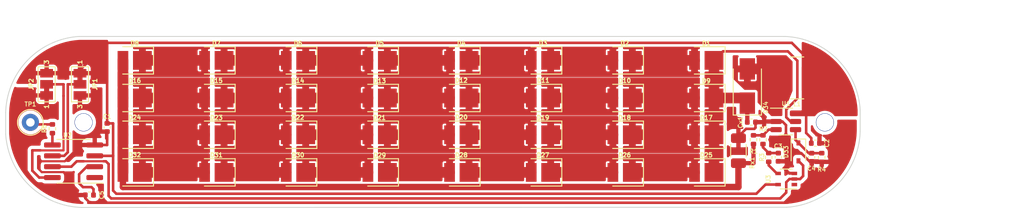
<source format=kicad_pcb>
(kicad_pcb (version 20211014) (generator pcbnew)
  (layers (0 "F.Cu" signal) (31 "B.Cu" signal) (34 "B.Paste" user) (35 "F.Paste" user) (36 "B.SilkS" user "B.Silkscreen") (37 "F.SilkS" user "F.Silkscreen") (38 "B.Mask" user) (39 "F.Mask" user) (44 "Edge.Cuts" user))
  (net 0 "")
  (net 1 "Net-(C4-Pad1)")
  (net 2 "GND")
  (net 3 "+5V")
  (net 4 "Net-(D1-Pad1)")
  (net 5 "Net-(D2-Pad1)")
  (net 6 "Net-(D4-Pad1)")
  (net 7 "Net-(D5-Pad1)")
  (net 8 "Net-(D6-Pad1)")
  (net 9 "Net-(D14-Pad1)")
  (net 10 "Net-(D7-Pad1)")
  (net 11 "Net-(D11-Pad1)")
  (net 12 "Net-(C5-Pad1)")
  (net 13 "Net-(D15-Pad1)")
  (net 14 "Net-(Cx1-Pad1)")
  (net 15 "Net-(R6-Pad2)")
  (net 17 "Net-(R6-Pad1)")
  (net 18 "Net-(C3-Pad1)")
  (net 19 "Net-(D12-Pad1)")
  (net 20 "Net-(R1-Pad2)")
  (net 22 "Net-(D13-Pad1)")
  (net 23 "Net-(D17-Pad1)")
  (net 24 "Net-(D19-Pad1)")
  (net 25 "Net-(D21-Pad1)")
  (net 26 "Net-(D23-Pad1)")
  (net 27 "Net-(D20-Pad1)")
  (net 28 "Net-(D25-Pad1)")
  (net 29 "Net-(D22-Pad1)")
  (net 30 "Net-(D27-Pad1)")
  (net 31 "Net-(D29-Pad1)")
  (net 32 "Net-(D30-Pad1)")
  (net 33 "Net-(R3-Pad1)")
  (net 34 "Net-(D31-Pad1)")
  (net 35 "Net-(D33-Pad2)")
  (net 36 "Net-(D34-Pad2)")
  (net 37 "Net-(D28-Pad1)")
  (net 38 "Net-(D16-Pad1)")
  (net 39 "Net-(D10-Pad2)")
  (net 40 "Net-(D3-Pad1)")
  (net 41 "Net-(D10-Pad1)")
  (net 42 "Net-(D18-Pad1)")
  (net 43 "Net-(D26-Pad1)")
  (net 44 "Net-(JP1-Pad2)")
  (net 45 "Net-(U2-Pad8)")
  (footprint "LED_SMD:LED_2835" (layer "F.Cu") (at 93.9 36.45 180)
    (fp_text reference "D3")
    (fp_text value "660nm")
  )
  (footprint "LED_SMD:LED_2835" (layer "F.Cu") (at 55.7 49.55 180)
    (fp_text reference "D31")
    (fp_text value "660nm")
  )
  (footprint "LED_SMD:LED_2835" (layer "F.Cu") (at 113 36.45 180)
    (fp_text reference "D1")
    (fp_text value "660nm")
  )
  (footprint "Resistor_SMD:R_0402_1005Metric" (layer "F.Cu") (at 36.525 44.45 -90)
    (fp_text reference "R6")
    (fp_text value "5k")
  )
  (footprint "LED_SMD:LED_2835" (layer "F.Cu") (at 46.15 40.85 180)
    (fp_text reference "D16")
    (fp_text value "660nm")
  )
  (footprint "LED_SMD:LED_2835" (layer "F.Cu") (at 65.25 49.55 180)
    (fp_text reference "D30")
    (fp_text value "660nm")
  )
  (footprint "Package_TO_SOT_SMD:SOT-23-6" (layer "F.Cu") (at 122.3 43.6)
    (fp_text reference "U1")
    (fp_text value "MT9284")
  )
  (footprint "LED_SMD:LED_2835" (layer "F.Cu") (at 74.8 45.15 180)
    (fp_text reference "D21")
    (fp_text value "660nm")
  )
  (footprint "Resistor_SMD:R_0402_1005Metric" (layer "F.Cu") (at 126.5 47.81 90)
    (fp_text reference "R4")
    (fp_text value "100k")
  )
  (footprint "LED_SMD:LED_2835" (layer "F.Cu") (at 46.15 49.55 180)
    (fp_text reference "D32")
    (fp_text value "660nm")
  )
  (footprint "Package_SO:SOIC-8_3.9x4.9mm_P1.27mm" (layer "F.Cu") (at 39 48.25 180)
    (fp_text reference "U2")
    (fp_text value "JL8022W-L")
  )
  (footprint "LED_SMD:LED_2835" (layer "F.Cu") (at 93.9 40.85 180)
    (fp_text reference "D11")
    (fp_text value "660nm")
  )
  (footprint "MountingHole:MountingHole_2.1mm" (layer "F.Cu") (at 40.19 43.69)
    (fp_text reference "H2" hide)
    (fp_text value "MountingHole" hide)
  )
  (footprint "LED_SMD:LED_2835" (layer "F.Cu") (at 65.25 45.15 180)
    (fp_text reference "D22")
    (fp_text value "660nm")
  )
  (footprint "LED_SMD:LED_2835" (layer "F.Cu") (at 84.35 45.15 180)
    (fp_text reference "D20")
    (fp_text value "660nm")
  )
  (footprint "TestPoint:TestPoint_Loop_D2.50mm_Drill1.0mm" (layer "F.Cu") (at 33.95 43.7)
    (fp_text reference "TP1")
    (fp_text value "TestPoint")
  )
  (footprint "LED_SMD:LED_2835" (layer "F.Cu") (at 103.45 45.15 180)
    (fp_text reference "D18")
    (fp_text value "660nm")
  )
  (footprint "LED_SMD:LED_2835" (layer "F.Cu") (at 55.7 36.45 180)
    (fp_text reference "D7")
    (fp_text value "660nm")
  )
  (footprint "Capacitor_SMD:C_0402_1005Metric" (layer "F.Cu") (at 125.76 46.14)
    (fp_text reference "C2")
    (fp_text value "1u")
  )
  (footprint "LED_SMD:LED_2835" (layer "F.Cu") (at 84.35 49.55 180)
    (fp_text reference "D28")
    (fp_text value "660nm")
  )
  (footprint "LED_SMD:LED_2835" (layer "F.Cu") (at 84.35 36.45 180)
    (fp_text reference "D4")
    (fp_text value "660nm")
  )
  (footprint "Resistor_SMD:R_1206_3216Metric" (layer "F.Cu") (at 116.76 47.01 -90)
    (fp_text reference "Rx1")
    (fp_text value "100m")
  )
  (footprint "LED_SMD:LED_2835" (layer "F.Cu") (at 93.9 49.55 180)
    (fp_text reference "D27")
    (fp_text value "660nm")
  )
  (footprint "LED_SMD:LED_2835" (layer "F.Cu") (at 46.15 45.15 180)
    (fp_text reference "D24")
    (fp_text value "660nm")
  )
  (footprint "Package_TO_SOT_SMD:SOT-353_SC-70-5" (layer "F.Cu") (at 122.35 50.325 180)
    (fp_text reference "U3")
    (fp_text value "74LVC1G04")
  )
  (footprint "LED_SMD:LED_2835" (layer "F.Cu") (at 55.7 40.85 180)
    (fp_text reference "D15")
    (fp_text value "660nm")
  )
  (footprint "Capacitor_SMD:C_0402_1005Metric" (layer "F.Cu") (at 125.325 47.785 -90)
    (fp_text reference "C4")
    (fp_text value "1n")
  )
  (footprint "LED_SMD:LED_2835" (layer "F.Cu") (at 113 45.15 180)
    (fp_text reference "D17")
    (fp_text value "660nm")
  )
  (footprint "LED_SMD:LED_2835" (layer "F.Cu") (at 55.7 45.15 180)
    (fp_text reference "D23")
    (fp_text value "660nm")
  )
  (footprint "Inductor_SMD:L_0530_custom" (layer "F.Cu") (at 123.625 38.6 180)
    (fp_text reference "L1")
    (fp_text value "L_Ferrite_Small")
  )
  (footprint "LED_SMD:LED_2835" (layer "F.Cu") (at 103.45 49.55 180)
    (fp_text reference "D26")
    (fp_text value "660nm")
  )
  (footprint "Jumper:SolderJumper-3_P1.3mm_Bridged12_Pad1.0x1.5mm_NumberLabels" (layer "F.Cu") (at 35.85 39.25 90)
    (fp_text reference "JP2")
    (fp_text value "solderjumper_2")
  )
  (footprint "LED_SMD:LED_2835" (layer "F.Cu") (at 103.45 40.85 180)
    (fp_text reference "D10")
    (fp_text value "660nm")
  )
  (footprint "LED_SMD:LED_2835" (layer "F.Cu") (at 103.45 36.45 180)
    (fp_text reference "D2")
    (fp_text value "660nm")
  )
  (footprint "LED_SMD:LED_2835" (layer "F.Cu") (at 74.8 40.85 180)
    (fp_text reference "D13")
    (fp_text value "660nm")
  )
  (footprint "Diode_SMD:D_SMA" (layer "F.Cu") (at 117.8 39.45 90)
    (fp_text reference "D34")
    (fp_text value "SS14")
  )
  (footprint "Capacitor_SMD:C_0402_1005Metric" (layer "F.Cu") (at 42.925 44.3 90)
    (fp_text reference "C1")
    (fp_text value "1u")
  )
  (footprint "Resistor_SMD:R_0402_1005Metric" (layer "F.Cu") (at 119.63 45.725 -90)
    (fp_text reference "R2")
    (fp_text value "10k")
  )
  (footprint "LED_SMD:LED_2835" (layer "F.Cu") (at 84.35 40.85 180)
    (fp_text reference "D12")
    (fp_text value "660nm")
  )
  (footprint "Resistor_SMD:R_0402_1005Metric" (layer "F.Cu") (at 118.52 45.725 90)
    (fp_text reference "R1")
    (fp_text value "5k")
  )
  (footprint "LED_SMD:LED_2835" (layer "F.Cu") (at 65.25 40.85 180)
    (fp_text reference "D14")
    (fp_text value "660nm")
  )
  (footprint "Capacitor_SMD:C_0402_1005Metric" (layer "F.Cu") (at 118.275 43.675)
    (fp_text reference "Cx1")
    (fp_text value "1u")
  )
  (footprint "Resistor_SMD:R_0402_1005Metric" (layer "F.Cu") (at 120.3 47.8 90)
    (fp_text reference "R3")
    (fp_text value "10k")
  )
  (footprint "Capacitor_SMD:C_0402_1005Metric" (layer "F.Cu") (at 121.425 47.775 -90)
    (fp_text reference "C3")
    (fp_text value "1u")
  )
  (footprint "LED_SMD:LED_2835" (layer "F.Cu") (at 74.8 36.45 180)
    (fp_text reference "D5")
    (fp_text value "660nm")
  )
  (footprint "Capacitor_SMD:C_0402_1005Metric" (layer "F.Cu") (at 40.85 52.2 180)
    (fp_text reference "C5")
    (fp_text value "10n")
  )
  (footprint "LED_SMD:LED_2835" (layer "F.Cu") (at 46.15 36.45 180)
    (fp_text reference "D8")
    (fp_text value "660nm")
  )
  (footprint "LED_SMD:LED_2835" (layer "F.Cu") (at 113 40.85 180)
    (fp_text reference "D9")
    (fp_text value "660nm")
  )
  (footprint "MountingHole:MountingHole_2.1mm" (layer "F.Cu") (at 126.87 43.7)
    (fp_text reference "H1" hide)
    (fp_text value "MountingHole" hide)
  )
  (footprint "Jumper:SolderJumper-3_P1.3mm_Bridged12_Pad1.0x1.5mm_NumberLabels" (layer "F.Cu") (at 39.75 39.25 -90)
    (fp_text reference "JP1")
    (fp_text value "solderjumper_1")
  )
  (footprint "LED_SMD:LED_2835" (layer "F.Cu") (at 93.9 45.15 180)
    (fp_text reference "D19")
    (fp_text value "660nm")
  )
  (footprint "LED_SMD:LED_2835" (layer "F.Cu") (at 74.8 49.55 180)
    (fp_text reference "D29")
    (fp_text value "660nm")
  )
  (footprint "LED_SMD:LED_2835" (layer "F.Cu") (at 65.25 36.45 180)
    (fp_text reference "D6")
    (fp_text value "660nm")
  )
  (footprint "Diode_SMD:D_SOD-323" (layer "F.Cu") (at 123.775 47.15 -90)
    (fp_text reference "D33")
    (fp_text value "1N4148WS")
  )
  (footprint "LED_SMD:LED_2835" (layer "F.Cu") (at 113 49.55 180)
    (fp_text reference "D25")
    (fp_text value "660nm")
  )
  (gr_arc (start 122.1 33.650001) (mid 128.221885 36.219794) (end 131 42.25) (layer "Edge.Cuts") (width 0.1))
  (gr_line (start 31.06 42.55) (end 31.06 45.07) (layer "Edge.Cuts") (width 0.1))
  (gr_line (start 122.400001 53.628115) (end 39.96 53.649999) (layer "Edge.Cuts") (width 0.1))
  (gr_line (start 39.659999 33.65) (end 122.1 33.650001) (layer "Edge.Cuts") (width 0.1))
  (gr_line (start 131 42.25) (end 131 44.728115) (layer "Edge.Cuts") (width 0.1))
  (gr_arc (start 39.96 53.649999) (mid 33.844874 51.087228) (end 31.06 45.07) (layer "Edge.Cuts") (width 0.1))
  (gr_arc (start 131 44.728115) (mid 128.430207 50.85) (end 122.400001 53.628115) (layer "Edge.Cuts") (width 0.1))
  (gr_arc (start 31.06 42.55) (mid 33.629793 36.428115) (end 39.659999 33.65) (layer "Edge.Cuts") (width 0.1))
  (segment (start 123.4375 44.55) (end 123.4375 45.7625) (width 0.3) (layer "F.Cu") (net 1))
  (segment (start 126.495 47.305) (end 126.5 47.3) (width 0.3) (layer "F.Cu") (net 1))
  (segment (start 125.325 47.305) (end 126.495 47.305) (width 0.3) (layer "F.Cu") (net 1))
  (segment (start 123.4375 45.7625) (end 123.775 46.1) (width 0.3) (layer "F.Cu") (net 1))
  (segment (start 123.775 46.1) (end 124.98 47.305) (width 0.3) (layer "F.Cu") (net 1))
  (segment (start 124.98 47.305) (end 125.325 47.305) (width 0.3) (layer "F.Cu") (net 1))
  (segment (start 125.425 49.3883) (end 125.425 48.365) (width 0.3) (layer "F.Cu") (net 2))
  (segment (start 121.1625 43.6) (end 121.9 43.6) (width 0.3) (layer "F.Cu") (net 2))
  (segment (start 126.75 46.14) (end 127.42 46.81) (width 0.3) (layer "F.Cu") (net 2))
  (segment (start 34.9 48.425) (end 34.9 49.125) (width 0.25) (layer "F.Cu") (net 2))
  (segment (start 125.425 48.365) (end 125.325 48.265) (width 0.3) (layer "F.Cu") (net 2))
  (segment (start 35.075 48.25) (end 34.9 48.425) (width 0.25) (layer "F.Cu") (net 2))
  (segment (start 122.32 47.3) (end 122.32 48.23) (width 0.3) (layer "F.Cu") (net 2))
  (segment (start 37.85 49.52) (end 38.875 50.525) (width 0.25) (layer "F.Cu") (net 2))
  (segment (start 118.62 44.46) (end 118.755 44.325) (width 0.3) (layer "F.Cu") (net 2))
  (segment (start 122.32 49.245) (end 122.75 49.675) (width 0.3) (layer "F.Cu") (net 2))
  (segment (start 124.11 47.3) (end 122.32 47.3) (width 0.3) (layer "F.Cu") (net 2))
  (segment (start 42.925 46.345) (end 41.475 46.345) (width 0.3) (layer "F.Cu") (net 2))
  (segment (start 38.875 52.2) (end 40.37 52.2) (width 0.3) (layer "F.Cu") (net 2))
  (segment (start 122.32 46.9) (end 122.32 47.3) (width 0.3) (layer "F.Cu") (net 2))
  (segment (start 40.9 53.1) (end 122.137564 53.1) (width 0.3) (layer "F.Cu") (net 2))
  (segment (start 117.65 44.46) (end 118.62 44.46) (width 0.3) (layer "F.Cu") (net 2))
  (segment (start 127.42 46.81) (end 127.42 48.14) (width 0.3) (layer "F.Cu") (net 2))
  (segment (start 35.28452 49.52) (end 37.84048 49.52) (width 0.25) (layer "F.Cu") (net 2))
  (segment (start 39.75 40.55) (end 42.225 40.55) (width 0.25) (layer "F.Cu") (net 2))
  (segment (start 41.475 46.345) (end 39.88 46.345) (width 0.3) (layer "F.Cu") (net 2))
  (segment (start 126.24 46.14) (end 126.75 46.14) (width 0.3) (layer "F.Cu") (net 2))
  (segment (start 125.38 48.32) (end 125.325 48.265) (width 0.3) (layer "F.Cu") (net 2))
  (segment (start 38.875 50.525) (end 38.875 52.2) (width 0.25) (layer "F.Cu") (net 2))
  (segment (start 125.325 48.265) (end 125.075 48.265) (width 0.3) (layer "F.Cu") (net 2))
  (segment (start 122.295 48.255) (end 122.32 48.23) (width 0.3) (layer "F.Cu") (net 2))
  (segment (start 40.37 52.2) (end 40.37 52.57) (width 0.3) (layer "F.Cu") (net 2))
  (segment (start 118.755 44.325) (end 118.755 43.675) (width 0.3) (layer "F.Cu") (net 2))
  (segment (start 125.075 48.265) (end 124.11 47.3) (width 0.3) (layer "F.Cu") (net 2))
  (segment (start 116.76 45.35) (end 117.65 44.46) (width 0.3) (layer "F.Cu") (net 2))
  (segment (start 38.125609 52.2) (end 38.875 52.2) (width 0.3) (layer "F.Cu") (net 2))
  (segment (start 121.425 48.255) (end 122.295 48.255) (width 0.3) (layer "F.Cu") (net 2))
  (segment (start 121.9 43.6) (end 122.32 44.02) (width 0.3) (layer "F.Cu") (net 2))
  (segment (start 116.76 45.5475) (end 116.76 45.35) (width 0.3) (layer "F.Cu") (net 2))
  (segment (start 42.225 40.55) (end 42.225 44.78) (width 0.25) (layer "F.Cu") (net 2))
  (segment (start 122.32 44.02) (end 122.32 46.9) (width 0.3) (layer "F.Cu") (net 2))
  (segment (start 37.975 48.25) (end 35.075 48.25) (width 0.25) (layer "F.Cu") (net 2))
  (segment (start 122.32 48.23) (end 122.32 49.245) (width 0.3) (layer "F.Cu") (net 2))
  (segment (start 38.175 48.05) (end 37.975 48.25) (width 0.25) (layer "F.Cu") (net 2))
  (segment (start 127.24 48.32) (end 126.5 48.32) (width 0.3) (layer "F.Cu") (net 2))
  (segment (start 31.975 42.45) (end 31.975 44.352335) (width 0.3) (layer "F.Cu") (net 2))
  (segment (start 39.88 46.345) (end 38.175 48.05) (width 0.3) (layer "F.Cu") (net 2))
  (segment (start 127.42 48.14) (end 127.24 48.32) (width 0.3) (layer "F.Cu") (net 2))
  (segment (start 34.9 49.125) (end 35.28 49.52) (width 0.25) (layer "F.Cu") (net 2))
  (segment (start 40.37 52.57) (end 40.9 53.1) (width 0.3) (layer "F.Cu") (net 2))
  (segment (start 42.225 44.78) (end 42.925 44.78) (width 0.25) (layer "F.Cu") (net 2))
  (segment (start 33.875 40.55) (end 31.975 42.45) (width 0.3) (layer "F.Cu") (net 2))
  (segment (start 42.925 44.78) (end 42.925 46.345) (width 0.3) (layer "F.Cu") (net 2))
  (segment (start 126.5 48.32) (end 125.38 48.32) (width 0.3) (layer "F.Cu") (net 2))
  (segment (start 118.755 43.675) (end 121.0875 43.675) (width 0.3) (layer "F.Cu") (net 2))
  (segment (start 35.85 40.55) (end 33.875 40.55) (width 0.3) (layer "F.Cu") (net 2))
  (segment (start 121.0875 43.675) (end 121.1625 43.6) (width 0.3) (layer "F.Cu") (net 2))
  (segment (start 122.75 49.675) (end 123.3 49.675) (width 0.3) (layer "F.Cu") (net 2))
  (arc (start 124.25 52.225) (mid 125.119628 50.923511) (end 125.425 49.3883) (width 0.3) (layer "F.Cu") (net 2))
  (arc (start 122.137564 53.1) (mid 123.280806 52.872595) (end 124.25 52.225) (width 0.3) (layer "F.Cu") (net 2))
  (arc (start 34.625 50.75) (mid 36.231093 51.823157) (end 38.125609 52.2) (width 0.3) (layer "F.Cu") (net 2))
  (arc (start 31.975 44.352335) (mid 32.663713 47.814726) (end 34.625 50.75) (width 0.3) (layer "F.Cu") (net 2))
  (segment (start 123.99 42.65) (end 124.68 41.96) (width 0.3) (layer "F.Cu") (net 3))
  (segment (start 43.625 51.67596) (end 43.99904 52.05) (width 0.3) (layer "F.Cu") (net 3))
  (segment (start 43.625 47.615) (end 41.475 47.615) (width 0.3) (layer "F.Cu") (net 3))
  (segment (start 125.28 45.54) (end 124.68 44.94) (width 0.3) (layer "F.Cu") (net 3))
  (segment (start 125.625 37.025) (end 125.625 38.6) (width 0.3) (layer "F.Cu") (net 3))
  (segment (start 39.75 37.95) (end 39.75 37.575) (width 0.3) (layer "F.Cu") (net 3))
  (segment (start 42.925 43.82) (end 42.925 34.4) (width 0.3) (layer "F.Cu") (net 3))
  (segment (start 42.925 34.4) (end 123 34.4) (width 0.3) (layer "F.Cu") (net 3))
  (segment (start 42.925 43.82) (end 43.625 43.82) (width 0.3) (layer "F.Cu") (net 3))
  (segment (start 125.28 46.14) (end 125.28 45.54) (width 0.3) (layer "F.Cu") (net 3))
  (segment (start 39.75 37.575) (end 42.925 34.4) (width 0.3) (layer "F.Cu") (net 3))
  (segment (start 123.4375 42.65) (end 123.99 42.65) (width 0.3) (layer "F.Cu") (net 3))
  (segment (start 43.625 43.82) (end 43.625 47.615) (width 0.3) (layer "F.Cu") (net 3))
  (segment (start 118.85 52.05) (end 43.99904 52.05) (width 0.3) (layer "F.Cu") (net 3))
  (segment (start 123 34.4) (end 125.625 37.025) (width 0.3) (layer "F.Cu") (net 3))
  (segment (start 124.68 44.94) (end 124.68 41.96) (width 0.3) (layer "F.Cu") (net 3))
  (segment (start 121.4 50.975) (end 119.925 50.975) (width 0.3) (layer "F.Cu") (net 3))
  (segment (start 124.68 41.96) (end 125.625 41.015) (width 0.3) (layer "F.Cu") (net 3))
  (segment (start 125.625 41.015) (end 125.625 38.6) (width 0.3) (layer "F.Cu") (net 3))
  (segment (start 35.85 37.95) (end 39.75 37.95) (width 0.3) (layer "F.Cu") (net 3))
  (segment (start 119.925 50.975) (end 118.85 52.05) (width 0.3) (layer "F.Cu") (net 3))
  (segment (start 43.625 47.615) (end 43.625 51.67596) (width 0.3) (layer "F.Cu") (net 3))
  (segment (start 104.35 36.45) (end 111.625 36.45) (width 1.25) (layer "F.Cu") (net 4))
  (segment (start 94.8 36.45) (end 102.075 36.45) (width 1.25) (layer "F.Cu") (net 5))
  (segment (start 75.7 36.45) (end 82.975 36.45) (width 1.25) (layer "F.Cu") (net 6))
  (segment (start 66.15 36.45) (end 73.425 36.45) (width 1.25) (layer "F.Cu") (net 7))
  (segment (start 56.6 36.45) (end 63.875 36.45) (width 1.25) (layer "F.Cu") (net 8))
  (segment (start 56.6 40.85) (end 63.875 40.85) (width 1.25) (layer "F.Cu") (net 9))
  (segment (start 47.05 36.45) (end 54.325 36.45) (width 1.25) (layer "F.Cu") (net 10))
  (segment (start 85.25 40.85) (end 92.525 40.85) (width 1.25) (layer "F.Cu") (net 11))
  (segment (start 40.54 48.885) (end 39.65 49.775) (width 0.3) (layer "F.Cu") (net 12))
  (segment (start 41.1 51.275) (end 41.33 51.505) (width 0.3) (layer "F.Cu") (net 12))
  (segment (start 39.65 50.825) (end 40.1 51.275) (width 0.3) (layer "F.Cu") (net 12))
  (segment (start 41.33 51.505) (end 41.33 52.2) (width 0.3) (layer "F.Cu") (net 12))
  (segment (start 39.65 49.775) (end 39.65 50.825) (width 0.3) (layer "F.Cu") (net 12))
  (segment (start 40.1 51.275) (end 41.1 51.275) (width 0.3) (layer "F.Cu") (net 12))
  (segment (start 41.475 48.885) (end 40.54 48.885) (width 0.3) (layer "F.Cu") (net 12))
  (segment (start 47.05 40.85) (end 54.325 40.85) (width 1.25) (layer "F.Cu") (net 13))
  (segment (start 122.55 35.4) (end 114.95 35.4) (width 0.3) (layer "F.Cu") (net 14))
  (segment (start 123.65 40.9) (end 123.65 36.5) (width 0.3) (layer "F.Cu") (net 14))
  (segment (start 114.95 35.4) (end 113.9 36.45) (width 0.3) (layer "F.Cu") (net 14))
  (segment (start 113.9 40.85) (end 113.9 45.15) (width 1.25) (layer "F.Cu") (net 14))
  (segment (start 113.9 40.85) (end 117.2 40.85) (width 1.25) (layer "F.Cu") (net 14))
  (segment (start 117.795 43.675) (end 117.795 41.455) (width 0.5) (layer "F.Cu") (net 14))
  (segment (start 122.35 43.1) (end 122.35 42.2) (width 0.3) (layer "F.Cu") (net 14))
  (segment (start 123.65 36.5) (end 122.55 35.4) (width 0.3) (layer "F.Cu") (net 14))
  (segment (start 117.795 41.455) (end 117.8 41.45) (width 0.5) (layer "F.Cu") (net 14))
  (segment (start 122.35 42.2) (end 123.65 40.9) (width 0.3) (layer "F.Cu") (net 14))
  (segment (start 122.85 43.6) (end 122.35 43.1) (width 0.3) (layer "F.Cu") (net 14))
  (segment (start 113.9 45.15) (end 113.9 49.55) (width 1.25) (layer "F.Cu") (net 14))
  (segment (start 117.2 40.85) (end 117.8 41.45) (width 1.25) (layer "F.Cu") (net 14))
  (segment (start 113.9 36.45) (end 113.9 40.85) (width 1.25) (layer "F.Cu") (net 14))
  (segment (start 123.4375 43.6) (end 122.85 43.6) (width 0.3) (layer "F.Cu") (net 14))
  (segment (start 36.525 44.96) (end 36.525 46.345) (width 0.3) (layer "F.Cu") (net 15))
  (segment (start 36.525 43.94) (end 34.19 43.94) (width 0.3) (layer "F.Cu") (net 17))
  (segment (start 34.19 43.94) (end 33.95 43.7) (width 0.3) (layer "F.Cu") (net 17))
  (segment (start 119.63 46.235) (end 119.63 46.62) (width 0.3) (layer "F.Cu") (net 18))
  (segment (start 120.3 47.29) (end 121.42 47.29) (width 0.3) (layer "F.Cu") (net 18))
  (segment (start 121.42 47.29) (end 121.425 47.295) (width 0.3) (layer "F.Cu") (net 18))
  (segment (start 119.63 46.62) (end 120.3 47.29) (width 0.3) (layer "F.Cu") (net 18))
  (segment (start 75.7 40.85) (end 82.975 40.85) (width 1.25) (layer "F.Cu") (net 19))
  (segment (start 119.63 45.215) (end 118.52 45.215) (width 0.3) (layer "F.Cu") (net 20))
  (segment (start 120.295 44.55) (end 119.63 45.215) (width 0.3) (layer "F.Cu") (net 20))
  (segment (start 121.1625 44.55) (end 120.295 44.55) (width 0.3) (layer "F.Cu") (net 20))
  (segment (start 66.15 40.85) (end 73.425 40.85) (width 1.25) (layer "F.Cu") (net 22))
  (segment (start 104.35 45.15) (end 111.625 45.15) (width 1.25) (layer "F.Cu") (net 23))
  (segment (start 85.25 45.15) (end 92.525 45.15) (width 1.25) (layer "F.Cu") (net 24))
  (segment (start 66.15 45.15) (end 73.425 45.15) (width 1.25) (layer "F.Cu") (net 25))
  (segment (start 47.05 45.15) (end 54.325 45.15) (width 1.25) (layer "F.Cu") (net 26))
  (segment (start 75.7 45.15) (end 82.975 45.15) (width 1.25) (layer "F.Cu") (net 27))
  (segment (start 104.35 49.55) (end 111.625 49.55) (width 1.25) (layer "F.Cu") (net 28))
  (segment (start 56.6 45.15) (end 63.875 45.15) (width 1.25) (layer "F.Cu") (net 29))
  (segment (start 85.25 49.55) (end 92.525 49.55) (width 1.25) (layer "F.Cu") (net 30))
  (segment (start 66.15 49.55) (end 73.425 49.55) (width 1.25) (layer "F.Cu") (net 31))
  (segment (start 56.6 49.55) (end 63.875 49.55) (width 1.25) (layer "F.Cu") (net 32))
  (segment (start 121.25 49.675) (end 120.3 48.725) (width 0.3) (layer "F.Cu") (net 33))
  (segment (start 120.3 48.725) (end 120.3 48.31) (width 0.3) (layer "F.Cu") (net 33))
  (segment (start 121.4 49.675) (end 121.25 49.675) (width 0.3) (layer "F.Cu") (net 33))
  (segment (start 47.05 49.55) (end 54.325 49.55) (width 1.25) (layer "F.Cu") (net 34))
  (segment (start 39.175 48.45) (end 39.375 48.25) (width 0.3) (layer "F.Cu") (net 35))
  (segment (start 122.725 50.325) (end 123.3 50.325) (width 0.3) (layer "F.Cu") (net 35))
  (segment (start 121.64952 52.60048) (end 122.35 51.9) (width 0.3) (layer "F.Cu") (net 35))
  (segment (start 43.1 48.575) (end 43.1 52.3) (width 0.3) (layer "F.Cu") (net 35))
  (segment (start 40.175 48.25) (end 42.525 48.25) (width 0.25) (layer "F.Cu") (net 35))
  (segment (start 38.74 48.885) (end 39.175 48.45) (width 0.3) (layer "F.Cu") (net 35))
  (segment (start 124.325 48.75) (end 124.325 49.975) (width 0.3) (layer "F.Cu") (net 35))
  (segment (start 43.40048 52.60048) (end 121.64952 52.60048) (width 0.3) (layer "F.Cu") (net 35))
  (segment (start 123.975 50.325) (end 123.3 50.325) (width 0.3) (layer "F.Cu") (net 35))
  (segment (start 123.775 48.2) (end 124.325 48.75) (width 0.3) (layer "F.Cu") (net 35))
  (segment (start 43.1 52.3) (end 43.40048 52.60048) (width 0.3) (layer "F.Cu") (net 35))
  (segment (start 39.375 48.25) (end 40.175 48.25) (width 0.3) (layer "F.Cu") (net 35))
  (segment (start 122.35 51.9) (end 122.35 50.7) (width 0.3) (layer "F.Cu") (net 35))
  (segment (start 42.525 48.25) (end 42.775 48.25) (width 0.3) (layer "F.Cu") (net 35))
  (segment (start 124.325 49.975) (end 123.975 50.325) (width 0.3) (layer "F.Cu") (net 35))
  (segment (start 36.525 48.885) (end 38.74 48.885) (width 0.3) (layer "F.Cu") (net 35))
  (segment (start 42.775 48.25) (end 43.1 48.575) (width 0.3) (layer "F.Cu") (net 35))
  (segment (start 122.35 50.7) (end 122.725 50.325) (width 0.3) (layer "F.Cu") (net 35))
  (segment (start 120.475 37.45) (end 121.625 38.6) (width 1.25) (layer "F.Cu") (net 36))
  (segment (start 117.8 37.45) (end 120.475 37.45) (width 1.25) (layer "F.Cu") (net 36))
  (segment (start 75.7 49.55) (end 82.975 49.55) (width 1.25) (layer "F.Cu") (net 37))
  (segment (start 44.775 51.26) (end 44.775 49.55) (width 0.75) (layer "F.Cu") (net 38))
  (segment (start 116.76 48.47) (end 116.76 48.4725) (width 0.5) (layer "F.Cu") (net 38))
  (segment (start 116.76 48.4725) (end 116.76 51.26) (width 0.75) (layer "F.Cu") (net 38))
  (segment (start 118.52 46.235) (end 118.52 48.47) (width 0.5) (layer "F.Cu") (net 38))
  (segment (start 116.76 51.26) (end 44.775 51.26) (width 0.75) (layer "F.Cu") (net 38))
  (segment (start 44.775 40.85) (end 44.775 45.15) (width 1.25) (layer "F.Cu") (net 38))
  (segment (start 118.52 48.47) (end 116.76 48.47) (width 0.5) (layer "F.Cu") (net 38))
  (segment (start 44.775 36.45) (end 44.775 40.85) (width 1.25) (layer "F.Cu") (net 38))
  (segment (start 44.775 45.15) (end 44.775 49.55) (width 1.25) (layer "F.Cu") (net 38))
  (segment (start 104.35 40.85) (end 111.625 40.85) (width 1.25) (layer "F.Cu") (net 39))
  (segment (start 85.25 36.45) (end 92.525 36.45) (width 1.25) (layer "F.Cu") (net 40))
  (segment (start 94.8 40.85) (end 102.075 40.85) (width 1.25) (layer "F.Cu") (net 41))
  (segment (start 94.8 45.15) (end 102.075 45.15) (width 1.25) (layer "F.Cu") (net 42))
  (segment (start 94.8 49.55) (end 102.075 49.55) (width 1.25) (layer "F.Cu") (net 43))
  (segment (start 39.75 39.25) (end 38.325 39.25) (width 0.3) (layer "F.Cu") (net 44))
  (segment (start 37.903572 47.615) (end 36.525 47.615) (width 0.3) (layer "F.Cu") (net 44))
  (segment (start 38.325 39.25) (end 38.325 47.193572) (width 0.3) (layer "F.Cu") (net 44))
  (segment (start 38.325 47.193572) (end 37.903572 47.615) (width 0.3) (layer "F.Cu") (net 44))
  (segment (start 35.85 39.25) (end 37.82548 39.25) (width 0.3) (layer "F.Cu") (net 45))
  (segment (start 34.98 50.155) (end 36.525 50.155) (width 0.3) (layer "F.Cu") (net 45))
  (segment (start 34.175 46.975) (end 34.175 49.35) (width 0.3) (layer "F.Cu") (net 45))
  (segment (start 37.82548 45.2) (end 37.82548 46.975) (width 0.25) (layer "F.Cu") (net 45))
  (segment (start 34.175 49.35) (end 34.98 50.155) (width 0.3) (layer "F.Cu") (net 45))
  (segment (start 37.82548 40.6) (end 37.82548 45.2) (width 0.3) (layer "F.Cu") (net 45))
  (segment (start 37.82548 39.25) (end 37.82548 40.6) (width 0.3) (layer "F.Cu") (net 45))
  (segment (start 35.125 46.975) (end 34.175 46.975) (width 0.3) (layer "F.Cu") (net 45))
  (segment (start 37.82548 46.98) (end 35.125 46.98) (width 0.25) (layer "F.Cu") (net 45))
  (zone (net 34) (net_name "Net-(D31-Pad1)") (layer "F.Cu") (priority 4) (connect_pads (clearance 0.3)) (min_thickness 0.254) (fill yes (thermal_gap 0.2) (thermal_bridge_width 0.8))
    (polygon (pts (xy 54.95 50.85) (xy 45.95 50.85) (xy 45.95 47.35) (xy 54.95 47.35)))
  )
  (zone (net 13) (net_name "Net-(D15-Pad1)") (layer "F.Cu") (priority 4) (connect_pads (clearance 0.3)) (min_thickness 0.254) (fill yes (thermal_gap 0.2) (thermal_bridge_width 0.8))
    (polygon (pts (xy 54.95 42.9) (xy 45.95 42.9) (xy 45.95 38.45) (xy 54.95 38.45)))
  )
  (zone (net 30) (net_name "Net-(D27-Pad1)") (layer "F.Cu") (priority 4) (connect_pads (clearance 0.3)) (min_thickness 0.254) (fill yes (thermal_gap 0.2) (thermal_bridge_width 0.8))
    (polygon (pts (xy 93.15 50.85) (xy 84.15 50.85) (xy 84.15 47.35) (xy 93.15 47.35)))
  )
  (zone (net 14) (net_name "Net-(Cx1-Pad1)") (layer "F.Cu") (priority 4) (connect_pads (clearance 0.3)) (min_thickness 0.254) (fill yes (thermal_gap 0.2) (thermal_bridge_width 0.8))
    (polygon (pts (xy 115 50.85) (xy 112.8 50.85) (xy 112.8 35.15) (xy 115 35.15)))
  )
  (zone (net 3) (net_name "+5V") (layer "F.Cu") (priority 1) (connect_pads (clearance 0.4)) (min_thickness 0.254) (fill yes (thermal_gap 0.508) (thermal_bridge_width 0.508))
    (polygon (pts (xy 43.05 39.2) (xy 31.1 39.2) (xy 31.1 33.6) (xy 43.05 33.6)))
  )
  (zone (net 23) (net_name "Net-(D17-Pad1)") (layer "F.Cu") (priority 4) (connect_pads (clearance 0.3)) (min_thickness 0.254) (fill yes (thermal_gap 0.2) (thermal_bridge_width 0.8))
    (polygon (pts (xy 112.25 47.3) (xy 103.25 47.3) (xy 103.25 42.95) (xy 112.25 42.95)))
  )
  (zone (net 6) (net_name "Net-(D4-Pad1)") (layer "F.Cu") (priority 4) (connect_pads (clearance 0.3)) (min_thickness 0.254) (fill yes (thermal_gap 0.2) (thermal_bridge_width 0.8))
    (polygon (pts (xy 83.6 38.4) (xy 74.6 38.4) (xy 74.6 34.8) (xy 83.6 34.8)))
  )
  (zone (net 4) (net_name "Net-(D1-Pad1)") (layer "F.Cu") (priority 4) (connect_pads (clearance 0.3)) (min_thickness 0.254) (fill yes (thermal_gap 0.2) (thermal_bridge_width 0.8))
    (polygon (pts (xy 112.25 38.4) (xy 103.25 38.4) (xy 103.25 34.8) (xy 112.25 34.8)))
  )
  (zone (net 25) (net_name "Net-(D21-Pad1)") (layer "F.Cu") (priority 4) (connect_pads (clearance 0.3)) (min_thickness 0.254) (fill yes (thermal_gap 0.2) (thermal_bridge_width 0.8))
    (polygon (pts (xy 74.05 47.3) (xy 65.05 47.3) (xy 65.05 42.95) (xy 74.05 42.95)))
  )
  (zone (net 43) (net_name "Net-(D26-Pad1)") (layer "F.Cu") (priority 4) (connect_pads (clearance 0.3)) (min_thickness 0.254) (fill yes (thermal_gap 0.2) (thermal_bridge_width 0.8))
    (polygon (pts (xy 102.7 50.85) (xy 93.7 50.85) (xy 93.7 47.35) (xy 102.7 47.35)))
  )
  (zone (net 32) (net_name "Net-(D30-Pad1)") (layer "F.Cu") (priority 4) (connect_pads (clearance 0.3)) (min_thickness 0.254) (fill yes (thermal_gap 0.2) (thermal_bridge_width 0.8))
    (polygon (pts (xy 64.5 50.85) (xy 55.5 50.85) (xy 55.5 47.35) (xy 64.5 47.35)))
  )
  (zone (net 42) (net_name "Net-(D18-Pad1)") (layer "F.Cu") (priority 4) (connect_pads (clearance 0.3)) (min_thickness 0.254) (fill yes (thermal_gap 0.2) (thermal_bridge_width 0.8))
    (polygon (pts (xy 102.7 47.3) (xy 93.7 47.3) (xy 93.7 42.95) (xy 102.7 42.95)))
  )
  (zone (net 40) (net_name "Net-(D3-Pad1)") (layer "F.Cu") (priority 4) (connect_pads (clearance 0.3)) (min_thickness 0.254) (fill yes (thermal_gap 0.2) (thermal_bridge_width 0.8))
    (polygon (pts (xy 93.15 38.4) (xy 84.15 38.4) (xy 84.15 34.8) (xy 93.15 34.8)))
  )
  (zone (net 8) (net_name "Net-(D6-Pad1)") (layer "F.Cu") (priority 4) (connect_pads (clearance 0.3)) (min_thickness 0.254) (fill yes (thermal_gap 0.2) (thermal_bridge_width 0.8))
    (polygon (pts (xy 64.5 38.4) (xy 55.5 38.4) (xy 55.5 34.8) (xy 64.5 34.8)))
  )
  (zone (net 36) (net_name "Net-(D34-Pad2)") (layer "F.Cu") (priority 3) (connect_pads (clearance 0.3)) (min_thickness 0.254) (fill yes (thermal_gap 0.2) (thermal_bridge_width 0.8))
    (polygon (pts (xy 123.090268 40.009978) (xy 121.93 42.88339) (xy 121.926134 42.963001) (xy 120.620898 42.967948) (xy 116.083846 38.5634) (xy 116.088167 34.153001) (xy 123.091122 34.165677)))
  )
  (zone (net 9) (net_name "Net-(D14-Pad1)") (layer "F.Cu") (priority 4) (connect_pads (clearance 0.3)) (min_thickness 0.254) (fill yes (thermal_gap 0.2) (thermal_bridge_width 0.8))
    (polygon (pts (xy 64.5 42.9) (xy 55.5 42.9) (xy 55.5 38.45) (xy 64.5 38.45)))
  )
  (zone (net 39) (net_name "Net-(D10-Pad2)") (layer "F.Cu") (priority 4) (connect_pads (clearance 0.3)) (min_thickness 0.254) (fill yes (thermal_gap 0.2) (thermal_bridge_width 0.8))
    (polygon (pts (xy 112.25 42.9) (xy 103.25 42.9) (xy 103.25 38.45) (xy 112.25 38.45)))
  )
  (zone (net 11) (net_name "Net-(D11-Pad1)") (layer "F.Cu") (priority 4) (connect_pads (clearance 0.3)) (min_thickness 0.254) (fill yes (thermal_gap 0.2) (thermal_bridge_width 0.8))
    (polygon (pts (xy 93.15 42.9) (xy 84.15 42.9) (xy 84.15 38.45) (xy 93.15 38.45)))
  )
  (zone (net 2) (net_name "GND") (layer "F.Cu") (connect_pads (clearance 0.4)) (min_thickness 0.254) (fill yes (thermal_gap 0.508) (thermal_bridge_width 0.508))
    (polygon (pts (xy 131.075 53.735) (xy 31.085 53.735) (xy 31.085 33.575) (xy 131.075 33.575)))
  )
  (zone (net 24) (net_name "Net-(D19-Pad1)") (layer "F.Cu") (priority 4) (connect_pads (clearance 0.3)) (min_thickness 0.254) (fill yes (thermal_gap 0.2) (thermal_bridge_width 0.8))
    (polygon (pts (xy 93.15 47.3) (xy 84.15 47.3) (xy 84.15 42.95) (xy 93.15 42.95)))
  )
  (zone (net 7) (net_name "Net-(D5-Pad1)") (layer "F.Cu") (priority 4) (connect_pads (clearance 0.3)) (min_thickness 0.254) (fill yes (thermal_gap 0.2) (thermal_bridge_width 0.8))
    (polygon (pts (xy 74.05 38.4) (xy 65.05 38.4) (xy 65.05 34.8) (xy 74.05 34.8)))
  )
  (zone (net 41) (net_name "Net-(D10-Pad1)") (layer "F.Cu") (priority 4) (connect_pads (clearance 0.3)) (min_thickness 0.254) (fill yes (thermal_gap 0.2) (thermal_bridge_width 0.8))
    (polygon (pts (xy 102.7 42.9) (xy 93.7 42.9) (xy 93.7 38.45) (xy 102.7 38.45)))
  )
  (zone (net 10) (net_name "Net-(D7-Pad1)") (layer "F.Cu") (priority 4) (connect_pads (clearance 0.3)) (min_thickness 0.254) (fill yes (thermal_gap 0.2) (thermal_bridge_width 0.8))
    (polygon (pts (xy 54.95 38.4) (xy 45.95 38.4) (xy 45.95 34.8) (xy 54.95 34.8)))
  )
  (zone (net 26) (net_name "Net-(D23-Pad1)") (layer "F.Cu") (priority 4) (connect_pads (clearance 0.3)) (min_thickness 0.254) (fill yes (thermal_gap 0.2) (thermal_bridge_width 0.8))
    (polygon (pts (xy 54.95 47.3) (xy 45.95 47.3) (xy 45.95 42.95) (xy 54.95 42.95)))
  )
  (zone (net 31) (net_name "Net-(D29-Pad1)") (layer "F.Cu") (priority 4) (connect_pads (clearance 0.3)) (min_thickness 0.254) (fill yes (thermal_gap 0.2) (thermal_bridge_width 0.8))
    (polygon (pts (xy 74.05 50.85) (xy 65.05 50.85) (xy 65.05 47.35) (xy 74.05 47.35)))
  )
  (zone (net 27) (net_name "Net-(D20-Pad1)") (layer "F.Cu") (priority 4) (connect_pads (clearance 0.3)) (min_thickness 0.254) (fill yes (thermal_gap 0.2) (thermal_bridge_width 0.8))
    (polygon (pts (xy 83.6 47.3) (xy 74.6 47.3) (xy 74.6 42.95) (xy 83.6 42.95)))
  )
  (zone (net 38) (net_name "Net-(D16-Pad1)") (layer "F.Cu") (priority 4) (connect_pads (clearance 0.3)) (min_thickness 0.254) (fill yes (thermal_gap 0.2) (thermal_bridge_width 0.8))
    (polygon (pts (xy 45.4 50.85) (xy 44.15 50.85) (xy 44.15 35.15) (xy 45.4 35.15)))
  )
  (zone (net 28) (net_name "Net-(D25-Pad1)") (layer "F.Cu") (priority 4) (connect_pads (clearance 0.3)) (min_thickness 0.254) (fill yes (thermal_gap 0.2) (thermal_bridge_width 0.8))
    (polygon (pts (xy 112.25 50.85) (xy 103.25 50.85) (xy 103.25 47.35) (xy 112.25 47.35)))
  )
  (zone (net 19) (net_name "Net-(D12-Pad1)") (layer "F.Cu") (priority 4) (connect_pads (clearance 0.3)) (min_thickness 0.254) (fill yes (thermal_gap 0.2) (thermal_bridge_width 0.8))
    (polygon (pts (xy 83.6 42.9) (xy 74.6 42.9) (xy 74.6 38.45) (xy 83.6 38.45)))
  )
  (zone (net 37) (net_name "Net-(D28-Pad1)") (layer "F.Cu") (priority 4) (connect_pads (clearance 0.3)) (min_thickness 0.254) (fill yes (thermal_gap 0.2) (thermal_bridge_width 0.8))
    (polygon (pts (xy 83.6 50.85) (xy 74.6 50.85) (xy 74.6 47.35) (xy 83.6 47.35)))
  )
  (zone (net 22) (net_name "Net-(D13-Pad1)") (layer "F.Cu") (priority 4) (connect_pads (clearance 0.3)) (min_thickness 0.254) (fill yes (thermal_gap 0.2) (thermal_bridge_width 0.8))
    (polygon (pts (xy 74.05 42.9) (xy 65.05 42.9) (xy 65.05 38.45) (xy 74.05 38.45)))
  )
  (zone (net 29) (net_name "Net-(D22-Pad1)") (layer "F.Cu") (priority 4) (connect_pads (clearance 0.3)) (min_thickness 0.254) (fill yes (thermal_gap 0.2) (thermal_bridge_width 0.8))
    (polygon (pts (xy 64.5 47.3) (xy 55.5 47.3) (xy 55.5 42.95) (xy 64.5 42.95)))
  )
  (zone (net 3) (net_name "+5V") (layer "F.Cu") (priority 1) (connect_pads (clearance 0.3)) (min_thickness 0.254) (fill yes (thermal_gap 0.508) (thermal_bridge_width 0.508))
    (polygon (pts (xy 131.055675 38.20351) (xy 131.065675 38.20351) (xy 131.065675 42.97351) (xy 124.825675 42.98351) (xy 124.165675 42.98351) (xy 122.738942 42.983006) (xy 122.73893 42.308036) (xy 124.164305 42.308161) (xy 124.15891 33.951297) (xy 131.045911 33.949054)))
  )
  (zone (net 5) (net_name "Net-(D2-Pad1)") (layer "F.Cu") (priority 4) (connect_pads (clearance 0.3)) (min_thickness 0.254) (fill yes (thermal_gap 0.2) (thermal_bridge_width 0.8))
    (polygon (pts (xy 102.7 38.4) (xy 93.7 38.4) (xy 93.7 34.8) (xy 102.7 34.8)))
  )
)
</source>
